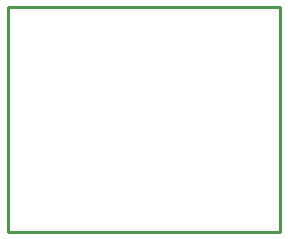
<source format=gko>
G04*
G04 #@! TF.GenerationSoftware,Altium Limited,Altium Designer,20.0.10 (225)*
G04*
G04 Layer_Color=16711935*
%FSLAX25Y25*%
%MOIN*%
G70*
G01*
G75*
%ADD19C,0.01000*%
D19*
X-45276Y-37402D02*
Y37402D01*
X45276D01*
Y-37402D02*
Y37402D01*
X-45276Y-37402D02*
X45276Y-37402D01*
M02*

</source>
